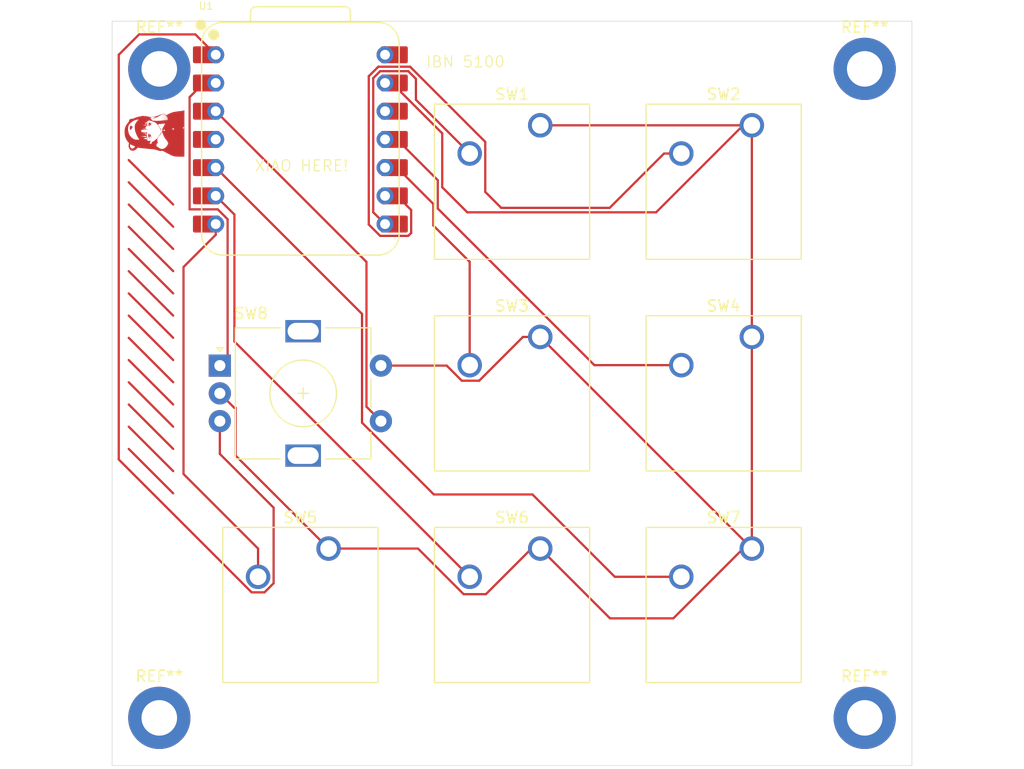
<source format=kicad_pcb>
(kicad_pcb (version 20241229) (generator "pcbnew") (generator_version "9.0")
  (layers (0 "F.Cu" signal) (2 "B.Cu" signal) (13 "F.Paste" user) (15 "B.Paste" user) (5 "F.SilkS" user "F.Silkscreen") (7 "B.SilkS" user "B.Silkscreen") (1 "F.Mask" user) (3 "B.Mask" user) (25 "Edge.Cuts" user))
  (net 0 "")
  (net 1 "GND")
  (net 2 "Net-(U1-GPIO1{slash}RX)")
  (net 3 "Net-(U1-GPIO2{slash}SCK)")
  (net 4 "Net-(U1-GPIO4{slash}MISO)")
  (net 5 "Net-(U1-GPIO3{slash}MOSI)")
  (net 6 "Net-(U1-GPIO27{slash}ADC1{slash}A1)")
  (net 7 "Net-(U1-GPIO26{slash}ADC0{slash}A0)")
  (net 8 "Net-(U1-GPIO0{slash}TX)")
  (net 9 "Net-(U1-GPIO7{slash}SCL)")
  (net 10 "Net-(U1-GPIO6{slash}SDA)")
  (net 11 "+5V")
  (net 13 "Net-(U1-GPIO28{slash}ADC2{slash}A2)")
  (footprint "XIAO:XIAO-RP2040-DIP" (layer "F.Cu") (at 139.48 77.04)
    (property "Reference" "U1")
    (property "Value" "XIAO-RP2040-DIP")
  )
  (footprint "Button_Switch_Keyboard:SW_Cherry_MX_1.00u_PCB" (layer "F.Cu") (at 161.07 113.87)
    (property "Reference" "SW6")
    (property "Value" "SW_Push")
  )
  (footprint "MountingHole:MountingHole_3.2mm_M3_DIN965_Pad" (layer "F.Cu") (at 126.78 129.11)
    (property "Reference" "REF**")
    (property "Value" "MountingHole_3.2mm_M3_DIN965_Pad")
  )
  (footprint "Rotary_Encoder:RotaryEncoder_Alps_EC11E-Switch_Vertical_H20mm" (layer "F.Cu") (at 132.23 97.4)
    (property "Reference" "SW8")
    (property "Value" "RotaryEncoder_Switch")
  )
  (footprint "Button_Switch_Keyboard:SW_Cherry_MX_1.00u_PCB" (layer "F.Cu") (at 161.07 75.77)
    (property "Reference" "SW1")
    (property "Value" "SW_Push")
  )
  (footprint "MountingHole:MountingHole_3.2mm_M3_DIN965_Pad" (layer "F.Cu") (at 126.78 70.69)
    (property "Reference" "REF**")
    (property "Value" "MountingHole_3.2mm_M3_DIN965_Pad")
  )
  (footprint "Button_Switch_Keyboard:SW_Cherry_MX_1.00u_PCB" (layer "F.Cu") (at 180.12 113.87)
    (property "Reference" "SW7")
    (property "Value" "SW_Push")
  )
  (footprint "LOGO" (layer "F.Cu") (at 126.289277 76.506253 90)
    (property "Reference" "G***" (hide yes))
    (property "Value" "LOGO" (hide yes))
  )
  (footprint "Button_Switch_Keyboard:SW_Cherry_MX_1.00u_PCB" (layer "F.Cu") (at 180.12 75.77)
    (property "Reference" "SW2")
    (property "Value" "SW_Push")
  )
  (footprint "MountingHole:MountingHole_3.2mm_M3_DIN965_Pad" (layer "F.Cu") (at 190.28 129.11)
    (property "Reference" "REF**")
    (property "Value" "MountingHole_3.2mm_M3_DIN965_Pad")
  )
  (footprint "Button_Switch_Keyboard:SW_Cherry_MX_1.00u_PCB" (layer "F.Cu") (at 161.07 94.82)
    (property "Reference" "SW3")
    (property "Value" "SW_Push")
  )
  (footprint "Button_Switch_Keyboard:SW_Cherry_MX_1.00u_PCB" (layer "F.Cu") (at 142.02 113.87)
    (property "Reference" "SW5")
    (property "Value" "SW_Push")
  )
  (footprint "MountingHole:MountingHole_3.2mm_M3_DIN965_Pad" (layer "F.Cu") (at 190.28 70.69)
    (property "Reference" "REF**")
    (property "Value" "MountingHole_3.2mm_M3_DIN965_Pad")
  )
  (footprint "Button_Switch_Keyboard:SW_Cherry_MX_1.00u_PCB" (layer "F.Cu") (at 180.12 94.82)
    (property "Reference" "SW4")
    (property "Value" "SW_Push")
  )
  (gr_rect (start 122.53 66.4) (end 194.53 133.4) (stroke (width 0.05)) (fill no) (layer "Edge.Cuts"))
  (gr_text "IBN 5100" (at 150.73 70.64 0) (layer "F.SilkS") (effects (font (size 1 1) (thickness 0.1)) (justify left bottom)))
  (gr_text "XIAO HERE!" (at 135.3 80 0) (layer "F.SilkS") (effects (font (size 1 1) (thickness 0.1)) (justify left bottom)))
  (segment (start 124.03 98.9) (end 128.03 102.9) (width 0.2) (layer "F.Cu") (net 0))
  (segment (start 124.03 100.9) (end 128.03 104.9) (width 0.2) (layer "F.Cu") (net 0))
  (segment (start 124.03 104.9) (end 128.03 108.9) (width 0.2) (layer "F.Cu") (net 0))
  (segment (start 124.03 96.9) (end 128.03 100.9) (width 0.2) (layer "F.Cu") (net 0))
  (segment (start 124.03 82.9) (end 128.03 86.9) (width 0.2) (layer "F.Cu") (net 0))
  (segment (start 124.03 94.9) (end 128.03 98.9) (width 0.2) (layer "F.Cu") (net 0))
  (segment (start 124.03 102.9) (end 128.03 106.9) (width 0.2) (layer "F.Cu") (net 0))
  (segment (start 124.03 78.9) (end 128.03 82.9) (width 0.2) (layer "F.Cu") (net 0))
  (segment (start 124.03 80.9) (end 128.03 84.9) (width 0.2) (layer "F.Cu") (net 0))
  (segment (start 124.03 88.9) (end 128.03 92.9) (width 0.2) (layer "F.Cu") (net 0))
  (segment (start 124.03 90.9) (end 128.03 94.9) (width 0.2) (layer "F.Cu") (net 0))
  (segment (start 124.03 84.9) (end 128.03 88.9) (width 0.2) (layer "F.Cu") (net 0))
  (segment (start 124.03 92.9) (end 128.03 96.9) (width 0.2) (layer "F.Cu") (net 0))
  (segment (start 124.03 86.9) (end 128.03 90.9) (width 0.2) (layer "F.Cu") (net 0))
  (segment (start 133.656 105.506) (end 133.656 101.201) (width 0.2) (layer "F.Cu") (net 1))
  (segment (start 154.00947 98.761) (end 155.573366 98.761) (width 0.2) (layer "F.Cu") (net 1))
  (segment (start 160.285184 113.87) (end 161.07 113.87) (width 0.2) (layer "F.Cu") (net 1))
  (segment (start 152.249 76.495374) (end 152.249 81.34747) (width 0.2) (layer "F.Cu") (net 1))
  (segment (start 132.23 99.9) (end 133.531 101.201) (width 0.2) (layer "F.Cu") (net 1))
  (segment (start 156.179 117.976184) (end 160.285184 113.87) (width 0.2) (layer "F.Cu") (net 1))
  (segment (start 161.07 94.82) (end 180.12 113.87) (width 0.2) (layer "F.Cu") (net 1))
  (segment (start 173.054184 120.151) (end 179.335184 113.87) (width 0.2) (layer "F.Cu") (net 1))
  (segment (start 180.12 94.82) (end 180.12 75.77) (width 0.2) (layer "F.Cu") (net 1))
  (segment (start 167.351 120.151) (end 173.054184 120.151) (width 0.2) (layer "F.Cu") (net 1))
  (segment (start 152.64847 97.4) (end 154.00947 98.761) (width 0.2) (layer "F.Cu") (net 1))
  (segment (start 161.07 75.77) (end 180.12 75.77) (width 0.2) (layer "F.Cu") (net 1))
  (segment (start 179.335184 75.77) (end 180.12 75.77) (width 0.2) (layer "F.Cu") (net 1))
  (segment (start 154.50353 83.602) (end 171.503184 83.602) (width 0.2) (layer "F.Cu") (net 1))
  (segment (start 142.02 113.87) (end 150.06847 113.87) (width 0.2) (layer "F.Cu") (net 1))
  (segment (start 150.06847 113.87) (end 154.174654 117.976184) (width 0.2) (layer "F.Cu") (net 1))
  (segment (start 147.713626 71.96) (end 152.249 76.495374) (width 0.2) (layer "F.Cu") (net 1))
  (segment (start 152.249 81.34747) (end 154.50353 83.602) (width 0.2) (layer "F.Cu") (net 1))
  (segment (start 154.174654 117.976184) (end 156.179 117.976184) (width 0.2) (layer "F.Cu") (net 1))
  (segment (start 180.12 113.87) (end 180.12 94.82) (width 0.2) (layer "F.Cu") (net 1))
  (segment (start 171.503184 83.602) (end 179.335184 75.77) (width 0.2) (layer "F.Cu") (net 1))
  (segment (start 179.335184 113.87) (end 180.12 113.87) (width 0.2) (layer "F.Cu") (net 1))
  (segment (start 161.07 113.87) (end 167.351 120.151) (width 0.2) (layer "F.Cu") (net 1))
  (segment (start 147.1 71.96) (end 147.713626 71.96) (width 0.2) (layer "F.Cu") (net 1))
  (segment (start 142.02 113.87) (end 133.656 105.506) (width 0.2) (layer "F.Cu") (net 1))
  (segment (start 146.73 97.4) (end 152.64847 97.4) (width 0.2) (layer "F.Cu") (net 1))
  (segment (start 133.531 101.201) (end 133.656 101.201) (width 0.2) (layer "F.Cu") (net 1))
  (segment (start 159.514366 94.82) (end 161.07 94.82) (width 0.2) (layer "F.Cu") (net 1))
  (segment (start 155.573366 98.761) (end 159.514366 94.82) (width 0.2) (layer "F.Cu") (net 1))
  (segment (start 149.190626 70.897) (end 149.88 71.586374) (width 0.2) (layer "F.Cu") (net 2))
  (segment (start 149.88 73.47) (end 154.72 78.31) (width 0.2) (layer "F.Cu") (net 2))
  (segment (start 149.88 71.586374) (end 149.88 73.47) (width 0.2) (layer "F.Cu") (net 2))
  (segment (start 146.037 71.51969) (end 146.65969 70.897) (width 0.2) (layer "F.Cu") (net 2))
  (segment (start 147.1 84.66) (end 146.037 83.597) (width 0.2) (layer "F.Cu") (net 2))
  (segment (start 146.65969 70.897) (end 149.190626 70.897) (width 0.2) (layer "F.Cu") (net 2))
  (segment (start 146.037 83.597) (end 146.037 71.51969) (width 0.2) (layer "F.Cu") (net 2))
  (segment (start 145.636 71.35359) (end 146.49359 70.496) (width 0.2) (layer "F.Cu") (net 3))
  (segment (start 147.1 82.12) (end 148.17763 82.12) (width 0.2) (layer "F.Cu") (net 3))
  (segment (start 149.452 83.39437) (end 149.452 85.461626) (width 0.2) (layer "F.Cu") (net 3))
  (segment (start 149.356726 70.496) (end 156.121 77.260274) (width 0.2) (layer "F.Cu") (net 3))
  (segment (start 149.452 85.461626) (end 149.190626 85.723) (width 0.2) (layer "F.Cu") (net 3))
  (segment (start 149.190626 85.723) (end 146.65969 85.723) (width 0.2) (layer "F.Cu") (net 3))
  (segment (start 146.49359 70.496) (end 149.356726 70.496) (width 0.2) (layer "F.Cu") (net 3))
  (segment (start 156.121 77.260274) (end 156.121 81.765816) (width 0.2) (layer "F.Cu") (net 3))
  (segment (start 156.121 81.765816) (end 157.556184 83.201) (width 0.2) (layer "F.Cu") (net 3))
  (segment (start 145.636 84.69931) (end 145.636 71.35359) (width 0.2) (layer "F.Cu") (net 3))
  (segment (start 146.65969 85.723) (end 145.636 84.69931) (width 0.2) (layer "F.Cu") (net 3))
  (segment (start 148.17763 82.12) (end 149.452 83.39437) (width 0.2) (layer "F.Cu") (net 3))
  (segment (start 167.323366 83.201) (end 172.214366 78.31) (width 0.2) (layer "F.Cu") (net 3))
  (segment (start 172.214366 78.31) (end 173.77 78.31) (width 0.2) (layer "F.Cu") (net 3))
  (segment (start 157.556184 83.201) (end 167.323366 83.201) (width 0.2) (layer "F.Cu") (net 3))
  (segment (start 147.1 79.58) (end 148.17763 79.58) (width 0.2) (layer "F.Cu") (net 4))
  (segment (start 151.447 82.84937) (end 151.447 84.787) (width 0.2) (layer "F.Cu") (net 4))
  (segment (start 151.447 84.787) (end 154.72 88.06) (width 0.2) (layer "F.Cu") (net 4))
  (segment (start 154.72 88.06) (end 154.72 97.36) (width 0.2) (layer "F.Cu") (net 4))
  (segment (start 148.17763 79.58) (end 151.447 82.84937) (width 0.2) (layer "F.Cu") (net 4))
  (segment (start 147.1 77.04) (end 148.17763 77.04) (width 0.2) (layer "F.Cu") (net 5))
  (segment (start 148.17763 77.04) (end 151.848 80.71037) (width 0.2) (layer "F.Cu") (net 5))
  (segment (start 151.848 80.71037) (end 151.848 83.26425) (width 0.2) (layer "F.Cu") (net 5))
  (segment (start 165.94375 97.36) (end 173.77 97.36) (width 0.2) (layer "F.Cu") (net 5))
  (segment (start 151.848 83.26425) (end 165.94375 97.36) (width 0.2) (layer "F.Cu") (net 5))
  (segment (start 129.508 73.23437) (end 130.78237 71.96) (width 0.2) (layer "F.Cu") (net 6))
  (segment (start 132.93 96.7) (end 132.93 84.22669) (width 0.2) (layer "F.Cu") (net 6))
  (segment (start 129.508 83.335626) (end 129.508 73.23437) (width 0.2) (layer "F.Cu") (net 6))
  (segment (start 132.923 96.832) (end 132.355 97.4) (width 0.2) (layer "F.Cu") (net 6))
  (segment (start 130.78237 71.96) (end 131.86 71.96) (width 0.2) (layer "F.Cu") (net 6))
  (segment (start 132.93 84.22669) (end 132.038936 83.335626) (width 0.2) (layer "F.Cu") (net 6))
  (segment (start 132.23 97.4) (end 132.93 96.7) (width 0.2) (layer "F.Cu") (net 6))
  (segment (start 132.038936 83.335626) (end 129.508 83.335626) (width 0.2) (layer "F.Cu") (net 6))
  (segment (start 132.23 105.35) (end 137.071 110.191) (width 0.2) (layer "F.Cu") (net 7))
  (segment (start 123.131 105.852314) (end 123.131 69.42) (width 0.2) (layer "F.Cu") (net 7))
  (segment (start 130.029 67.589) (end 131.86 69.42) (width 0.2) (layer "F.Cu") (net 7))
  (segment (start 137.071 110.191) (end 137.071 116.990314) (width 0.2) (layer "F.Cu") (net 7))
  (segment (start 123.131 69.42) (end 124.962 67.589) (width 0.2) (layer "F.Cu") (net 7))
  (segment (start 136.250314 117.811) (end 135.089686 117.811) (width 0.2) (layer "F.Cu") (net 7))
  (segment (start 124.962 67.589) (end 130.029 67.589) (width 0.2) (layer "F.Cu") (net 7))
  (segment (start 135.089686 117.811) (end 123.131 105.852314) (width 0.2) (layer "F.Cu") (net 7))
  (segment (start 137.071 116.990314) (end 136.250314 117.811) (width 0.2) (layer "F.Cu") (net 7))
  (segment (start 132.23 102.4) (end 132.23 105.35) (width 0.2) (layer "F.Cu") (net 7))
  (segment (start 135.67 116.41) (end 135.67 113.87) (width 0.2) (layer "F.Cu") (net 8))
  (segment (start 131.86 84.66) (end 131.86 85.62725) (width 0.2) (layer "F.Cu") (net 8))
  (segment (start 128.96 107.16) (end 128.96 88.52725) (width 0.2) (layer "F.Cu") (net 8))
  (segment (start 131.86 85.62725) (end 128.96 88.52725) (width 0.2) (layer "F.Cu") (net 8))
  (segment (start 135.67 113.87) (end 128.96 107.16) (width 0.2) (layer "F.Cu") (net 8))
  (segment (start 133.54175 83.80175) (end 133.54175 95.23175) (width 0.2) (layer "F.Cu") (net 9))
  (segment (start 131.86 82.12) (end 133.54175 83.80175) (width 0.2) (layer "F.Cu") (net 9))
  (segment (start 133.54175 95.23175) (end 154.72 116.41) (width 0.2) (layer "F.Cu") (net 9))
  (segment (start 167.78 116.41) (end 173.77 116.41) (width 0.2) (layer "F.Cu") (net 10))
  (segment (start 131.86 79.58) (end 145.028 92.748) (width 0.2) (layer "F.Cu") (net 10))
  (segment (start 160.37 109) (end 167.78 116.41) (width 0.2) (layer "F.Cu") (net 10))
  (segment (start 145.028 102.537892) (end 151.490108 109) (width 0.2) (layer "F.Cu") (net 10))
  (segment (start 151.490108 109) (end 160.37 109) (width 0.2) (layer "F.Cu") (net 10))
  (segment (start 145.028 92.748) (end 145.028 102.537892) (width 0.2) (layer "F.Cu") (net 10))
  (segment (start 145.429 101.099) (end 145.429 88.069) (width 0.2) (layer "F.Cu") (net 13))
  (segment (start 146.73 102.4) (end 145.429 101.099) (width 0.2) (layer "F.Cu") (net 13))
  (segment (start 145.429 88.069) (end 131.86 74.5) (width 0.2) (layer "F.Cu") (net 13))
)
</source>
